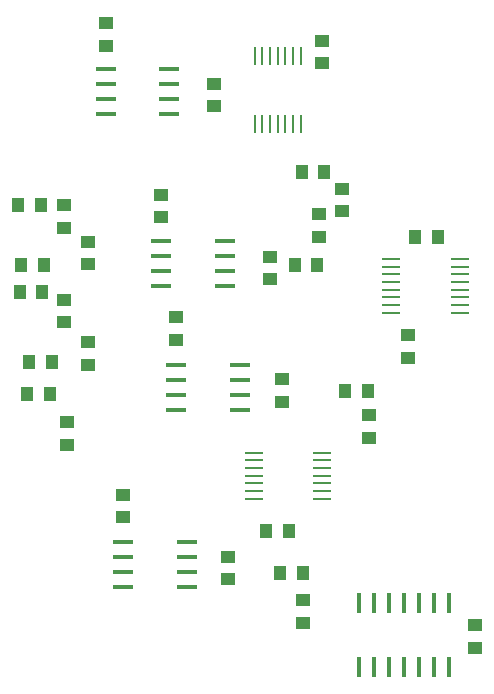
<source format=gbr>
G04 DipTrace 3.0.0.2*
G04 TopPaste.gbr*
%MOIN*%
G04 #@! TF.FileFunction,Paste,Top*
G04 #@! TF.Part,Single*
%ADD22R,0.015748X0.070866*%
%ADD23R,0.070866X0.015748*%
%ADD31R,0.062992X0.007874*%
%ADD32R,0.007874X0.062992*%
%ADD41R,0.051181X0.043307*%
%ADD43R,0.043307X0.051181*%
%FSLAX26Y26*%
G04*
G70*
G90*
G75*
G01*
G04 TopPaste*
%LPD*%
D23*
X983156Y1022588D3*
Y972588D3*
Y922588D3*
Y872588D3*
X1195755D3*
Y922588D3*
Y972588D3*
Y1022588D3*
X1160993Y1614173D3*
Y1564173D3*
Y1514173D3*
Y1464173D3*
X1373592D3*
Y1514173D3*
Y1564173D3*
Y1614173D3*
X1110728Y2027559D3*
Y1977559D3*
Y1927559D3*
Y1877559D3*
X1323327D3*
Y1927559D3*
Y1977559D3*
Y2027559D3*
X925197Y2598425D3*
Y2548425D3*
Y2498425D3*
Y2448425D3*
X1137795D3*
Y2498425D3*
Y2548425D3*
Y2598425D3*
D43*
X1957551Y2038286D3*
X2032354D3*
D41*
X2155180Y745659D3*
Y670856D3*
D43*
X1460791Y1058114D3*
X1535594D3*
D41*
X1645471Y2693151D3*
Y2618348D3*
X1712408Y2201193D3*
Y2126390D3*
X1637000Y2039961D3*
Y2114764D3*
X1583819Y828903D3*
Y754100D3*
X1802829Y1445358D3*
Y1370555D3*
X787402Y2145669D3*
Y2070866D3*
X866142Y1948819D3*
Y2023622D3*
Y1614173D3*
Y1688976D3*
X787402Y1830709D3*
Y1755906D3*
X795975Y1421984D3*
Y1347181D3*
X1933604Y1712793D3*
Y1637990D3*
X1333509Y898194D3*
Y972997D3*
X1514488Y1491350D3*
Y1566154D3*
X1473202Y1898318D3*
Y1973121D3*
X1286546Y2475602D3*
Y2550406D3*
X983156Y1180068D3*
Y1105265D3*
X1160993Y1771654D3*
Y1696850D3*
X1110728Y2106299D3*
Y2181102D3*
X925197Y2677165D3*
Y2751969D3*
D43*
X1582681Y918748D3*
X1507878D3*
X1798794Y1526508D3*
X1723991D3*
X1630571Y1946703D3*
X1555768D3*
X1654388Y2257430D3*
X1579585D3*
X745366Y1623404D3*
X670563D3*
X712843Y1857534D3*
X638039D3*
X708661Y2145669D3*
X633858D3*
X719115Y1946728D3*
X644312D3*
X738302Y1515891D3*
X663499D3*
D22*
X1768222Y606869D3*
X1818222D3*
X1868222D3*
X1918222D3*
X1968222D3*
X2018222D3*
X2068222D3*
Y819467D3*
X2018222D3*
X1968222D3*
X1918222D3*
X1868222D3*
X1818222D3*
X1768222D3*
D32*
X1421534Y2415740D3*
X1447125D3*
X1472715D3*
X1498306D3*
X1523896D3*
X1549487D3*
X1575077Y2415748D3*
Y2644087D3*
X1549487D3*
X1523896D3*
X1498306D3*
X1472715D3*
X1447125D3*
X1421534D3*
D31*
X1876661Y1966266D3*
Y1940676D3*
Y1915085D3*
Y1889495D3*
Y1863904D3*
Y1838314D3*
Y1812723D3*
Y1787133D3*
X2105016D3*
X2105008Y1812723D3*
Y1838314D3*
Y1863904D3*
Y1889495D3*
Y1915085D3*
Y1940676D3*
Y1966266D3*
X1418655Y1320608D3*
Y1295017D3*
Y1269427D3*
Y1243836D3*
Y1218245D3*
Y1192655D3*
X1418663Y1167064D3*
X1647001D3*
Y1192655D3*
Y1218245D3*
Y1243836D3*
Y1269427D3*
Y1295017D3*
Y1320608D3*
M02*

</source>
